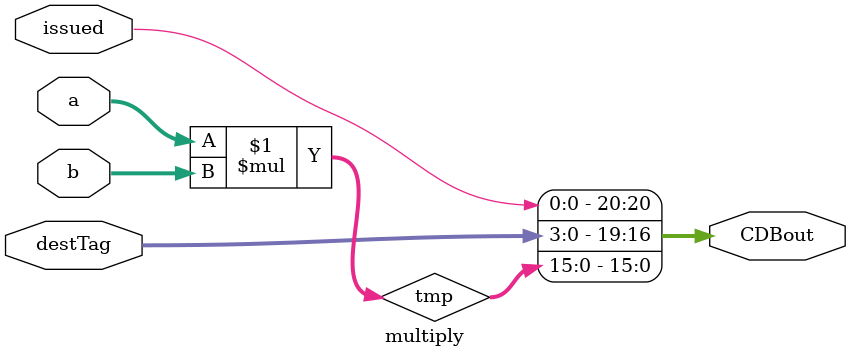
<source format=v>
module multiply (
    input  [7:0]  a,
    input  [7:0]  b,
    input         issued,
    input  [3:0]  destTag,
    output [20:0] CDBout
);

    wire [15:0] tmp;

    // Multiply operands
    assign tmp = a * b;

    // Send result on CDB after 40 time units (simulation delay)
    assign #40 CDBout = {issued, destTag, tmp};

endmodule

</source>
